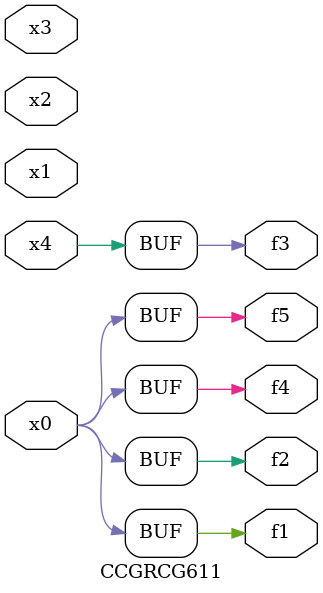
<source format=v>
module CCGRCG611(
	input x0, x1, x2, x3, x4,
	output f1, f2, f3, f4, f5
);
	assign f1 = x0;
	assign f2 = x0;
	assign f3 = x4;
	assign f4 = x0;
	assign f5 = x0;
endmodule

</source>
